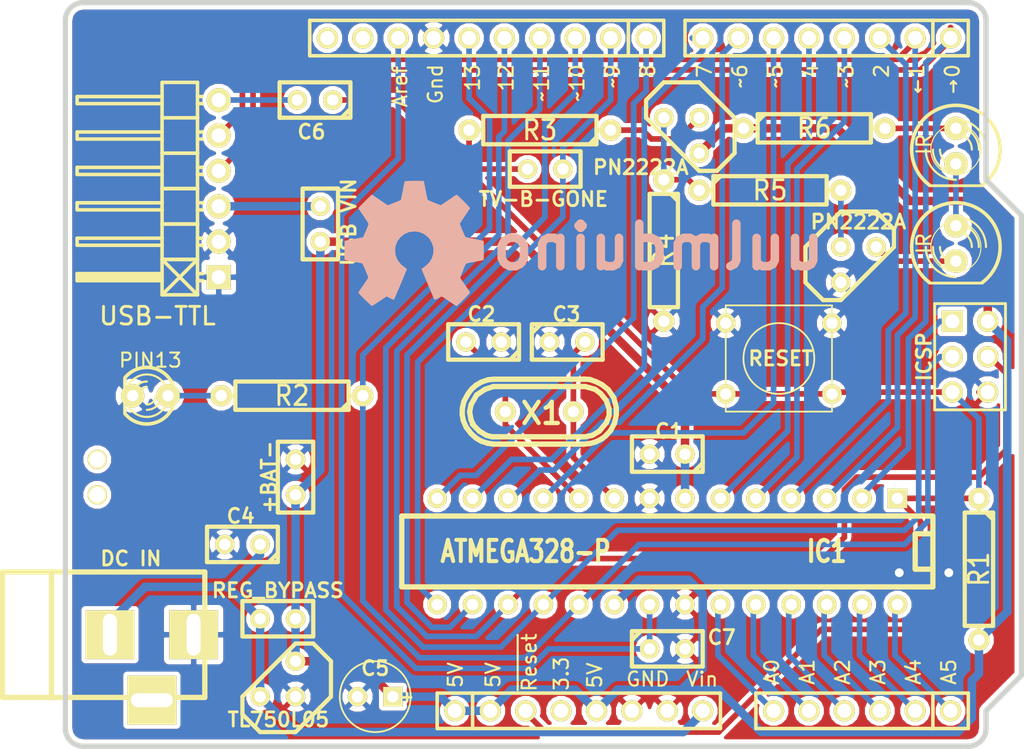
<source format=kicad_pcb>
(kicad_pcb (version 3) (host pcbnew "(2014-jan-25)-product")
  (title_block (title uulmduino) (date "23 Mar 2015") (rev 0.94) (company "Uni Ulm, Fakultät IN, Die WissenSchaffer") (comment 1 "Based on Diavolino by Evil Mad Scientists") (comment 2 "Released as Free/Open Hardware"))
  (layers (15 Front signal) (0 Back signal) (18 B.Paste user) (19 F.Paste user) (20 B.SilkS user) (21 F.SilkS user) (22 B.Mask user) (23 F.Mask user) (28 Edge.Cuts user))
  (net 0 "")
  (net 1 5V)
  (net 2 AD4/SDA)
  (net 3 AD5/SCL)
  (net 4 GND)
  (net 5 IO11/MOSI)
  (net 6 IO12/MISO)
  (net 7 IO13/SCK)
  (net 8 RESET)
  (net 9 "Net-(C2-Pad2)")
  (net 10 "Net-(C3-Pad2)")
  (net 11 AREF)
  (net 12 VIN)
  (net 13 IO0)
  (net 14 IO1)
  (net 15 IO2)
  (net 16 IO3)
  (net 17 IO4)
  (net 18 IO5)
  (net 19 IO6)
  (net 20 IO7)
  (net 21 IO8)
  (net 22 IO9)
  (net 23 IO10/SS)
  (net 24 AD0)
  (net 25 AD1)
  (net 26 AD2)
  (net 27 AD3)
  (net 28 "Net-(J1-Pad3)")
  (net 29 "Net-(JP2-Pad2)")
  (net 30 "Net-(LED1-Pad1)")
  (net 31 "Net-(LED2-Pad2)")
  (net 32 3.3V)
  (net 33 "Net-(Q1-Pad2)")
  (net 34 "Net-(Q2-Pad2)")
  (net 35 "Net-(C6-Pad2)")
  (net 36 "Net-(LED1-Pad2)")
  (net 37 "Net-(LED3-Pad1)")
  (net 38 "Net-(P1-Pad10)")
  (net 39 "Net-(P1-Pad9)")
  (net 40 "Net-(Q1-Pad3)")
  (module LOGO (layer Back) (at 95.758 45.72)
    (fp_text reference G*** hide)
    (fp_text value LOGO hide)
  )
  (module Discret:C1 (layer Front) (at 113.919 60.833 180)
    (fp_text reference C1 (at -0.127 1.651 180) (layer F.SilkS) (effects (font (size 1.016 1.016) (thickness 0.2032))))
    (fp_text value 0.1µF hide)
    (pad 1 thru_hole circle (at -1.27 0 180) (size 1.397 1.397) (drill 0.8128) (layers *.Cu *.Mask F.SilkS) (net 1 5V))
    (pad 2 thru_hole circle (at 1.27 0 180) (size 1.397 1.397) (drill 0.8128) (layers *.Cu *.Mask F.SilkS) (net 4 GND))
  )
  (module Discret:C1 (layer Front) (at 100.739 52.788 180)
    (fp_text reference C2 (at 0.155 1.988 180) (layer F.SilkS) (effects (font (size 1.016 1.016) (thickness 0.2032))))
    (fp_text value 18pF hide)
    (pad 1 thru_hole circle (at -1.27 0 180) (size 1.397 1.397) (drill 0.8128) (layers *.Cu *.Mask F.SilkS) (net 4 GND))
    (pad 2 thru_hole circle (at 1.27 0 180) (size 1.397 1.397) (drill 0.8128) (layers *.Cu *.Mask F.SilkS) (net 9 "Net-(C2-Pad2)"))
  )
  (module Discret:C1 (layer Front) (at 106.739 52.788)
    (fp_text reference C3 (at -0.059 -1.988) (layer F.SilkS) (effects (font (size 1.016 1.016) (thickness 0.2032))))
    (fp_text value 18pF hide)
    (pad 1 thru_hole circle (at -1.27 0) (size 1.397 1.397) (drill 0.8128) (layers *.Cu *.Mask F.SilkS) (net 4 GND))
    (pad 2 thru_hole circle (at 1.27 0) (size 1.397 1.397) (drill 0.8128) (layers *.Cu *.Mask F.SilkS) (net 10 "Net-(C3-Pad2)"))
  )
  (module Discret:C1 (layer Front) (at 83.439 67.31 180)
    (fp_text reference C4 (at 0.127 2.032 180) (layer F.SilkS) (effects (font (size 1.016 1.016) (thickness 0.2032))))
    (fp_text value 0.1µF hide)
    (pad 1 thru_hole circle (at -1.27 0 180) (size 1.397 1.397) (drill 0.8128) (layers *.Cu *.Mask F.SilkS) (net 12 VIN))
    (pad 2 thru_hole circle (at 1.27 0 180) (size 1.397 1.397) (drill 0.8128) (layers *.Cu *.Mask F.SilkS) (net 4 GND))
  )
  (module Discret:C1 (layer Front) (at 88.646 35.433 180)
    (fp_text reference C6 (at 0.254 -2.286 180) (layer F.SilkS) (effects (font (size 1.016 1.016) (thickness 0.2032))))
    (fp_text value 0.1µF hide)
    (pad 1 thru_hole circle (at -1.27 0 180) (size 1.397 1.397) (drill 0.8128) (layers *.Cu *.Mask F.SilkS) (net 8 RESET))
    (pad 2 thru_hole circle (at 1.27 0 180) (size 1.397 1.397) (drill 0.8128) (layers *.Cu *.Mask F.SilkS) (net 35 "Net-(C6-Pad2)"))
  )
  (module Discret:C1 (layer Front) (at 113.919 74.803)
    (fp_text reference C7 (at 3.901 -0.823) (layer F.SilkS) (effects (font (size 1.016 1.016) (thickness 0.2032))))
    (fp_text value 0.1µF hide)
    (pad 1 thru_hole circle (at -1.27 0) (size 1.397 1.397) (drill 0.8128) (layers *.Cu *.Mask F.SilkS) (net 11 AREF))
    (pad 2 thru_hole circle (at 1.27 0) (size 1.397 1.397) (drill 0.8128) (layers *.Cu *.Mask F.SilkS) (net 4 GND))
  )
  (module Sockets_DIP:DIP-28__300 (layer Front) (at 113.919 67.818 180)
    (fp_text reference IC1 (at -11.43 0 180) (layer F.SilkS) (effects (font (size 1.524 1.143) (thickness 0.3048))))
    (fp_text value ATMEGA328-P (at 10.16 0 180) (layer F.SilkS) (effects (font (size 1.524 1.143) (thickness 0.3048))))
    (pad 2 thru_hole circle (at -13.97 3.81 180) (size 1.397 1.397) (drill 0.8128) (layers *.Cu *.Mask F.SilkS) (net 13 IO0))
    (pad 3 thru_hole circle (at -11.43 3.81 180) (size 1.397 1.397) (drill 0.8128) (layers *.Cu *.Mask F.SilkS) (net 14 IO1))
    (pad 4 thru_hole circle (at -8.89 3.81 180) (size 1.397 1.397) (drill 0.8128) (layers *.Cu *.Mask F.SilkS) (net 15 IO2))
    (pad 5 thru_hole circle (at -6.35 3.81 180) (size 1.397 1.397) (drill 0.8128) (layers *.Cu *.Mask F.SilkS) (net 16 IO3))
    (pad 6 thru_hole circle (at -3.81 3.81 180) (size 1.397 1.397) (drill 0.8128) (layers *.Cu *.Mask F.SilkS) (net 17 IO4))
    (pad 7 thru_hole circle (at -1.27 3.81 180) (size 1.397 1.397) (drill 0.8128) (layers *.Cu *.Mask F.SilkS) (net 1 5V))
    (pad 8 thru_hole circle (at 1.27 3.81 180) (size 1.397 1.397) (drill 0.8128) (layers *.Cu *.Mask F.SilkS) (net 4 GND))
    (pad 9 thru_hole circle (at 3.81 3.81 180) (size 1.397 1.397) (drill 0.8128) (layers *.Cu *.Mask F.SilkS) (net 10 "Net-(C3-Pad2)"))
    (pad 10 thru_hole circle (at 6.35 3.81 180) (size 1.397 1.397) (drill 0.8128) (layers *.Cu *.Mask F.SilkS) (net 9 "Net-(C2-Pad2)"))
    (pad 11 thru_hole circle (at 8.89 3.81 180) (size 1.397 1.397) (drill 0.8128) (layers *.Cu *.Mask F.SilkS) (net 18 IO5))
    (pad 12 thru_hole circle (at 11.43 3.81 180) (size 1.397 1.397) (drill 0.8128) (layers *.Cu *.Mask F.SilkS) (net 19 IO6))
    (pad 13 thru_hole circle (at 13.97 3.81 180) (size 1.397 1.397) (drill 0.8128) (layers *.Cu *.Mask F.SilkS) (net 20 IO7))
    (pad 14 thru_hole circle (at 16.51 3.81 180) (size 1.397 1.397) (drill 0.8128) (layers *.Cu *.Mask F.SilkS) (net 21 IO8))
    (pad 1 thru_hole rect (at -16.51 3.81 180) (size 1.397 1.397) (drill 0.8128) (layers *.Cu *.Mask F.SilkS) (net 8 RESET))
    (pad 15 thru_hole circle (at 16.51 -3.81 180) (size 1.397 1.397) (drill 0.8128) (layers *.Cu *.Mask F.SilkS) (net 22 IO9))
    (pad 16 thru_hole circle (at 13.97 -3.81 180) (size 1.397 1.397) (drill 0.8128) (layers *.Cu *.Mask F.SilkS) (net 23 IO10/SS))
    (pad 17 thru_hole circle (at 11.43 -3.81 180) (size 1.397 1.397) (drill 0.8128) (layers *.Cu *.Mask F.SilkS) (net 5 IO11/MOSI))
    (pad 18 thru_hole circle (at 8.89 -3.81 180) (size 1.397 1.397) (drill 0.8128) (layers *.Cu *.Mask F.SilkS) (net 6 IO12/MISO))
    (pad 19 thru_hole circle (at 6.35 -3.81 180) (size 1.397 1.397) (drill 0.8128) (layers *.Cu *.Mask F.SilkS) (net 7 IO13/SCK))
    (pad 20 thru_hole circle (at 3.81 -3.81 180) (size 1.397 1.397) (drill 0.8128) (layers *.Cu *.Mask F.SilkS) (net 1 5V))
    (pad 21 thru_hole circle (at 1.27 -3.81 180) (size 1.397 1.397) (drill 0.8128) (layers *.Cu *.Mask F.SilkS) (net 11 AREF))
    (pad 22 thru_hole circle (at -1.27 -3.81 180) (size 1.397 1.397) (drill 0.8128) (layers *.Cu *.Mask F.SilkS) (net 4 GND))
    (pad 23 thru_hole circle (at -3.81 -3.81 180) (size 1.397 1.397) (drill 0.8128) (layers *.Cu *.Mask F.SilkS) (net 24 AD0))
    (pad 24 thru_hole circle (at -6.35 -3.81 180) (size 1.397 1.397) (drill 0.8128) (layers *.Cu *.Mask F.SilkS) (net 25 AD1))
    (pad 25 thru_hole circle (at -8.89 -3.81 180) (size 1.397 1.397) (drill 0.8128) (layers *.Cu *.Mask F.SilkS) (net 26 AD2))
    (pad 26 thru_hole circle (at -11.43 -3.81 180) (size 1.397 1.397) (drill 0.8128) (layers *.Cu *.Mask F.SilkS) (net 27 AD3))
    (pad 27 thru_hole circle (at -13.97 -3.81 180) (size 1.397 1.397) (drill 0.8128) (layers *.Cu *.Mask F.SilkS) (net 2 AD4/SDA))
    (pad 28 thru_hole circle (at -16.51 -3.81 180) (size 1.397 1.397) (drill 0.8128) (layers *.Cu *.Mask F.SilkS) (net 3 AD5/SCL))
  )
  (module Pin_Headers:Pin_Header_Angled_1x06 (layer Front) (at 81.739 41.788 90)
    (fp_text reference USB-TTL (at -9.139 -4.396 180) (layer F.SilkS) (effects (font (size 1.27 1.27) (thickness 0.2032))))
    (fp_text value CONN_6 hide)
    (pad 1 thru_hole rect (at -6.35 0 90) (size 1.7272 1.7272) (drill 1.016) (layers *.Cu *.Mask F.SilkS) (net 4 GND))
    (pad 2 thru_hole circle (at -3.81 0 90) (size 1.7272 1.7272) (drill 1.016) (layers *.Cu *.Mask F.SilkS) (net 4 GND))
    (pad 3 thru_hole circle (at -1.27 0 90) (size 1.7272 1.7272) (drill 1.016) (layers *.Cu *.Mask F.SilkS) (net 28 "Net-(J1-Pad3)"))
    (pad 4 thru_hole circle (at 1.27 0 90) (size 1.7272 1.7272) (drill 1.016) (layers *.Cu *.Mask F.SilkS) (net 13 IO0))
    (pad 5 thru_hole circle (at 3.81 0 90) (size 1.7272 1.7272) (drill 1.016) (layers *.Cu *.Mask F.SilkS) (net 14 IO1))
    (pad 6 thru_hole circle (at 6.35 0 90) (size 1.7272 1.7272) (drill 1.016) (layers *.Cu *.Mask F.SilkS) (net 35 "Net-(C6-Pad2)"))
  )
  (module Connect:SIL-2 (layer Front) (at 89.027 44.323 270)
    (fp_text reference "USB VIN" (at -0.127 -2.032 270) (layer F.SilkS) (effects (font (size 1.016 1.016) (thickness 0.2032))))
    (fp_text value "VCC USB" hide)
    (pad 1 thru_hole circle (at -1.27 0 270) (size 1.397 1.397) (drill 0.8128) (layers *.Cu *.Mask F.SilkS) (net 28 "Net-(J1-Pad3)"))
    (pad 2 thru_hole circle (at 1.27 0 270) (size 1.397 1.397) (drill 0.8128) (layers *.Cu *.Mask F.SilkS) (net 1 5V))
  )
  (module Connect:SIL-2 (layer Front) (at 105.156 40.386 180)
    (fp_text reference TV-B-GONE (at 0.127 -2.159 180) (layer F.SilkS) (effects (font (size 1.016 1.016) (thickness 0.2032))))
    (fp_text value TV_B_GONE hide)
    (pad 1 thru_hole circle (at -1.27 0 180) (size 1.397 1.397) (drill 0.8128) (layers *.Cu *.Mask F.SilkS) (net 22 IO9))
    (pad 2 thru_hole circle (at 1.27 0 180) (size 1.397 1.397) (drill 0.8128) (layers *.Cu *.Mask F.SilkS) (net 29 "Net-(JP2-Pad2)"))
  )
  (module Connect:SIL-2 (layer Front) (at 85.979 72.644)
    (fp_text reference REG_BYPASS (at 0 -2.032) (layer F.SilkS) (effects (font (size 1.016 1.016) (thickness 0.2032))))
    (fp_text value "Regulator bypass" hide)
    (pad 1 thru_hole circle (at -1.27 0) (size 1.397 1.397) (drill 0.8128) (layers *.Cu *.Mask F.SilkS) (net 12 VIN))
    (pad 2 thru_hole circle (at 1.27 0) (size 1.397 1.397) (drill 0.8128) (layers *.Cu *.Mask F.SilkS) (net 1 5V))
  )
  (module LEDs:LED-5MM (layer Front) (at 134.62 38.735 270)
    (fp_text reference LED1 hide)
    (fp_text value IR (at -0.127 2.286 270) (layer F.SilkS) (effects (font (size 1.016 1.016) (thickness 0.1524))))
    (pad 1 thru_hole circle (at -1.27 0 270) (size 1.6764 1.6764) (drill 0.8128) (layers *.Cu *.Mask F.SilkS) (net 30 "Net-(LED1-Pad1)"))
    (pad 2 thru_hole circle (at 1.27 0 270) (size 1.6764 1.6764) (drill 0.8128) (layers *.Cu *.Mask F.SilkS) (net 36 "Net-(LED1-Pad2)"))
  )
  (module LEDs:LED-5MM (layer Front) (at 134.62 45.72 270)
    (fp_text reference LED2 hide)
    (fp_text value IR (at 0 2.286 270) (layer F.SilkS) (effects (font (size 1.016 1.016) (thickness 0.1524))))
    (pad 1 thru_hole circle (at -1.27 0 270) (size 1.6764 1.6764) (drill 0.8128) (layers *.Cu *.Mask F.SilkS) (net 36 "Net-(LED1-Pad2)"))
    (pad 2 thru_hole circle (at 1.27 0 270) (size 1.6764 1.6764) (drill 0.8128) (layers *.Cu *.Mask F.SilkS) (net 31 "Net-(LED2-Pad2)"))
  )
  (module LEDs:LED-3MM (layer Front) (at 76.835 56.642 180)
    (fp_text reference LED3 hide)
    (fp_text value PIN13 (at 0 2.54 180) (layer F.SilkS) (effects (font (size 1.016 1.016) (thickness 0.1524))))
    (pad 1 thru_hole circle (at -1.27 0 180) (size 1.6764 1.6764) (drill 0.8128) (layers *.Cu *.Mask F.SilkS) (net 37 "Net-(LED3-Pad1)"))
    (pad 2 thru_hole circle (at 1.27 0 180) (size 1.6764 1.6764) (drill 0.8128) (layers *.Cu *.Mask F.SilkS) (net 4 GND))
  )
  (module arduinoheaders:HEADER_100MIL_1R10P_PTH (layer Front) (at 100.965 30.988 180)
    (fp_text reference P1 hide)
    (fp_text value CONN_10 hide)
    (pad 10 thru_hole circle (at 11.43 0 180) (size 1.524 1.524) (drill 1.016) (layers *.Cu *.Mask F.SilkS) (net 38 "Net-(P1-Pad10)"))
    (pad 7 thru_hole circle (at 3.81 0 180) (size 1.524 1.524) (drill 1.016) (layers *.Cu *.Mask F.SilkS) (net 4 GND))
    (pad 6 thru_hole circle (at 1.27 0 180) (size 1.524 1.524) (drill 1.016) (layers *.Cu *.Mask F.SilkS) (net 7 IO13/SCK))
    (pad 8 thru_hole circle (at 6.35 0 180) (size 1.524 1.524) (drill 1.016) (layers *.Cu *.Mask F.SilkS) (net 11 AREF))
    (pad 9 thru_hole circle (at 8.89 0 180) (size 1.524 1.524) (drill 1.016) (layers *.Cu *.Mask F.SilkS) (net 39 "Net-(P1-Pad9)"))
    (pad 5 thru_hole circle (at -1.27 0 180) (size 1.524 1.524) (drill 1.016) (layers *.Cu *.Mask F.SilkS) (net 6 IO12/MISO))
    (pad 4 thru_hole circle (at -3.81 0 180) (size 1.524 1.524) (drill 1.016) (layers *.Cu *.Mask F.SilkS) (net 5 IO11/MOSI))
    (pad 1 thru_hole circle (at -11.43 0 180) (size 1.524 1.524) (drill 1.016) (layers *.Cu *.Mask F.SilkS) (net 21 IO8))
    (pad 2 thru_hole circle (at -8.89 0 180) (size 1.524 1.524) (drill 1.016) (layers *.Cu *.Mask F.SilkS) (net 22 IO9))
    (pad 3 thru_hole circle (at -6.35 0 180) (size 1.524 1.524) (drill 1.016) (layers *.Cu *.Mask F.SilkS) (net 23 IO10/SS))
  )
  (module arduinoheaders:HEADER_100MIL_1R8P_PTH (layer Front) (at 125.349 30.988 180)
    (fp_text reference P2 hide)
    (fp_text value CONN_8 hide)
    (pad 7 thru_hole circle (at 6.35 0 180) (size 1.524 1.524) (drill 1.016) (layers *.Cu *.Mask F.SilkS) (net 19 IO6))
    (pad 6 thru_hole circle (at 3.81 0 180) (size 1.524 1.524) (drill 1.016) (layers *.Cu *.Mask F.SilkS) (net 18 IO5))
    (pad 8 thru_hole circle (at 8.89 0 180) (size 1.524 1.524) (drill 1.016) (layers *.Cu *.Mask F.SilkS) (net 20 IO7))
    (pad 5 thru_hole circle (at 1.27 0 180) (size 1.524 1.524) (drill 1.016) (layers *.Cu *.Mask F.SilkS) (net 17 IO4))
    (pad 4 thru_hole circle (at -1.27 0 180) (size 1.524 1.524) (drill 1.016) (layers *.Cu *.Mask F.SilkS) (net 16 IO3))
    (pad 1 thru_hole circle (at -8.89 0 180) (size 1.524 1.524) (drill 1.016) (layers *.Cu *.Mask F.SilkS) (net 13 IO0))
    (pad 2 thru_hole circle (at -6.35 0 180) (size 1.524 1.524) (drill 1.016) (layers *.Cu *.Mask F.SilkS) (net 14 IO1))
    (pad 3 thru_hole circle (at -3.81 0 180) (size 1.524 1.524) (drill 1.016) (layers *.Cu *.Mask F.SilkS) (net 15 IO2))
  )
  (module arduinoheaders:HEADER_100MIL_1R6P_PTH (layer Front) (at 127.889 79.248 180)
    (fp_text reference P3 hide)
    (fp_text value CONN_6 hide)
    (pad 6 thru_hole circle (at 6.35 0 180) (size 1.524 1.524) (drill 1.016) (layers *.Cu *.Mask F.SilkS) (net 24 AD0))
    (pad 5 thru_hole circle (at 3.81 0 180) (size 1.524 1.524) (drill 1.016) (layers *.Cu *.Mask F.SilkS) (net 25 AD1))
    (pad 4 thru_hole circle (at 1.27 0 180) (size 1.524 1.524) (drill 1.016) (layers *.Cu *.Mask F.SilkS) (net 26 AD2))
    (pad 1 thru_hole circle (at -6.35 0 180) (size 1.524 1.524) (drill 1.016) (layers *.Cu *.Mask F.SilkS) (net 3 AD5/SCL))
    (pad 2 thru_hole circle (at -3.81 0 180) (size 1.524 1.524) (drill 1.016) (layers *.Cu *.Mask F.SilkS) (net 2 AD4/SDA))
    (pad 3 thru_hole circle (at -1.27 0 180) (size 1.524 1.524) (drill 1.016) (layers *.Cu *.Mask F.SilkS) (net 27 AD3))
  )
  (module arduinoheaders:HEADER_100MIL_1R8P_PTH (layer Front) (at 107.569 79.248)
    (fp_text reference P4 hide)
    (fp_text value CONN_8 hide)
    (pad 7 thru_hole circle (at 6.35 0) (size 1.524 1.524) (drill 1.016) (layers *.Cu *.Mask F.SilkS) (net 4 GND))
    (pad 6 thru_hole circle (at 3.81 0) (size 1.524 1.524) (drill 1.016) (layers *.Cu *.Mask F.SilkS) (net 4 GND))
    (pad 8 thru_hole circle (at 8.89 0) (size 1.524 1.524) (drill 1.016) (layers *.Cu *.Mask F.SilkS) (net 12 VIN))
    (pad 5 thru_hole circle (at 1.27 0) (size 1.524 1.524) (drill 1.016) (layers *.Cu *.Mask F.SilkS) (net 1 5V))
    (pad 4 thru_hole circle (at -1.27 0) (size 1.524 1.524) (drill 1.016) (layers *.Cu *.Mask F.SilkS) (net 32 3.3V))
    (pad 1 thru_hole circle (at -8.89 0) (size 1.524 1.524) (drill 1.016) (layers *.Cu *.Mask F.SilkS) (net 1 5V))
    (pad 2 thru_hole circle (at -6.35 0) (size 1.524 1.524) (drill 1.016) (layers *.Cu *.Mask F.SilkS) (net 1 5V))
    (pad 3 thru_hole circle (at -3.81 0) (size 1.524 1.524) (drill 1.016) (layers *.Cu *.Mask F.SilkS) (net 8 RESET))
  )
  (module arduinoheaders:pin_array_3x2 (layer Front) (at 135.636 53.848 270)
    (fp_text reference ICSP (at 0 3.302 270) (layer F.SilkS) (effects (font (size 1.016 1.016) (thickness 0.2032))))
    (fp_text value CONN_3X2 hide)
    (pad 1 thru_hole rect (at -2.54 1.27 270) (size 1.524 1.524) (drill 1.016) (layers *.Cu *.Mask F.SilkS) (net 6 IO12/MISO))
    (pad 2 thru_hole circle (at -2.54 -1.27 270) (size 1.524 1.524) (drill 1.016) (layers *.Cu *.Mask F.SilkS) (net 1 5V))
    (pad 3 thru_hole circle (at 0 1.27 270) (size 1.524 1.524) (drill 1.016) (layers *.Cu *.Mask F.SilkS) (net 7 IO13/SCK))
    (pad 4 thru_hole circle (at 0 -1.27 270) (size 1.524 1.524) (drill 1.016) (layers *.Cu *.Mask F.SilkS) (net 5 IO11/MOSI))
    (pad 5 thru_hole circle (at 2.54 1.27 270) (size 1.524 1.524) (drill 1.016) (layers *.Cu *.Mask F.SilkS) (net 8 RESET))
    (pad 6 thru_hole circle (at 2.54 -1.27 270) (size 1.524 1.524) (drill 1.016) (layers *.Cu *.Mask F.SilkS) (net 4 GND))
  )
  (module Connect:BARREL_JACK (layer Front) (at 73.739 73.788)
    (fp_text reference "DC IN" (at 1.699 -5.462) (layer F.SilkS) (effects (font (size 1.016 1.016) (thickness 0.2032))))
    (fp_text value "DC JACK" hide)
    (pad 1 thru_hole rect (at 6.20014 0) (size 3.50012 3.50012) (drill oval 1.00076 2.99974) (layers *.Cu *.Mask F.SilkS) (net 4 GND))
    (pad 2 thru_hole rect (at 0.20066 0) (size 3.50012 3.50012) (drill oval 1.00076 2.99974) (layers *.Cu *.Mask F.SilkS) (net 12 VIN))
    (pad 3 thru_hole rect (at 3.2004 4.699) (size 3.50012 3.50012) (drill oval 2.99974 1.00076) (layers *.Cu *.Mask F.SilkS))
  )
  (module Connect:SIL-2 (layer Front) (at 87.249 62.484 90)
    (fp_text reference +BAT- (at 0 -1.905 90) (layer F.SilkS) (effects (font (size 1.016 1.016) (thickness 0.2032))))
    (fp_text value "BATTERY IN" hide)
    (pad 1 thru_hole circle (at -1.27 0 90) (size 1.397 1.397) (drill 0.8128) (layers *.Cu *.Mask F.SilkS) (net 1 5V))
    (pad 2 thru_hole circle (at 1.27 0 90) (size 1.397 1.397) (drill 0.8128) (layers *.Cu *.Mask F.SilkS) (net 4 GND))
  )
  (module Discret:TO92 (layer Front) (at 114.935 37.973 270)
    (fp_text reference Q1 hide)
    (fp_text value PN2222A (at 2.286 2.921 540) (layer F.SilkS) (effects (font (size 1.016 1.016) (thickness 0.2032))))
    (pad 1 thru_hole circle (at 1.27 -1.27 270) (size 1.397 1.397) (drill 0.8128) (layers *.Cu *.Mask F.SilkS) (net 1 5V))
    (pad 2 thru_hole circle (at -1.27 -1.27 270) (size 1.397 1.397) (drill 0.8128) (layers *.Cu *.Mask F.SilkS) (net 33 "Net-(Q1-Pad2)"))
    (pad 3 thru_hole circle (at -1.27 1.27 270) (size 1.397 1.397) (drill 0.8128) (layers *.Cu *.Mask F.SilkS) (net 40 "Net-(Q1-Pad3)"))
  )
  (module Discret:TO92 (layer Front) (at 127.635 47.244)
    (fp_text reference Q2 hide)
    (fp_text value PN2222A (at -0.015 -3.075) (layer F.SilkS) (effects (font (size 1.016 1.016) (thickness 0.2032))))
    (pad 1 thru_hole circle (at 1.27 -1.27) (size 1.397 1.397) (drill 0.8128) (layers *.Cu *.Mask F.SilkS) (net 31 "Net-(LED2-Pad2)"))
    (pad 2 thru_hole circle (at -1.27 -1.27) (size 1.397 1.397) (drill 0.8128) (layers *.Cu *.Mask F.SilkS) (net 34 "Net-(Q2-Pad2)"))
    (pad 3 thru_hole circle (at -1.27 1.27) (size 1.397 1.397) (drill 0.8128) (layers *.Cu *.Mask F.SilkS) (net 4 GND))
  )
  (module Discret:R4 (layer Front) (at 136.271 69.088 270)
    (fp_text reference R1 (at 0 0 270) (layer F.SilkS) (effects (font (size 1.397 1.27) (thickness 0.2032))))
    (fp_text value 10k hide)
    (pad 1 thru_hole circle (at -5.08 0 270) (size 1.524 1.524) (drill 0.8128) (layers *.Cu *.Mask F.SilkS) (net 8 RESET))
    (pad 2 thru_hole circle (at 5.08 0 270) (size 1.524 1.524) (drill 0.8128) (layers *.Cu *.Mask F.SilkS) (net 1 5V))
  )
  (module Discret:R4 (layer Front) (at 86.995 56.642 180)
    (fp_text reference R2 (at 0 0 180) (layer F.SilkS) (effects (font (size 1.397 1.27) (thickness 0.2032))))
    (fp_text value 1k hide)
    (pad 1 thru_hole circle (at -5.08 0 180) (size 1.524 1.524) (drill 0.8128) (layers *.Cu *.Mask F.SilkS) (net 7 IO13/SCK))
    (pad 2 thru_hole circle (at 5.08 0 180) (size 1.524 1.524) (drill 0.8128) (layers *.Cu *.Mask F.SilkS) (net 37 "Net-(LED3-Pad1)"))
  )
  (module Discret:R4 (layer Front) (at 104.775 37.592 180)
    (fp_text reference R3 (at 0 0 180) (layer F.SilkS) (effects (font (size 1.397 1.27) (thickness 0.2032))))
    (fp_text value R hide)
    (pad 1 thru_hole circle (at -5.08 0 180) (size 1.524 1.524) (drill 0.8128) (layers *.Cu *.Mask F.SilkS) (net 33 "Net-(Q1-Pad2)"))
    (pad 2 thru_hole circle (at 5.08 0 180) (size 1.524 1.524) (drill 0.8128) (layers *.Cu *.Mask F.SilkS) (net 29 "Net-(JP2-Pad2)"))
  )
  (module Discret:R4 (layer Front) (at 113.665 46.228 270)
    (fp_text reference R4 (at 0 0 270) (layer F.SilkS) (effects (font (size 1.397 1.27) (thickness 0.2032))))
    (fp_text value 10k hide)
    (pad 1 thru_hole circle (at -5.08 0 270) (size 1.524 1.524) (drill 0.8128) (layers *.Cu *.Mask F.SilkS) (net 40 "Net-(Q1-Pad3)"))
    (pad 2 thru_hole circle (at 5.08 0 270) (size 1.524 1.524) (drill 0.8128) (layers *.Cu *.Mask F.SilkS) (net 4 GND))
  )
  (module Discret:R4 (layer Front) (at 121.285 41.91)
    (fp_text reference R5 (at 0 0) (layer F.SilkS) (effects (font (size 1.397 1.27) (thickness 0.2032))))
    (fp_text value 100 hide)
    (pad 1 thru_hole circle (at -5.08 0) (size 1.524 1.524) (drill 0.8128) (layers *.Cu *.Mask F.SilkS) (net 40 "Net-(Q1-Pad3)"))
    (pad 2 thru_hole circle (at 5.08 0) (size 1.524 1.524) (drill 0.8128) (layers *.Cu *.Mask F.SilkS) (net 34 "Net-(Q2-Pad2)"))
  )
  (module Discret:R4 (layer Front) (at 124.46 37.465)
    (fp_text reference R6 (at 0 0) (layer F.SilkS) (effects (font (size 1.397 1.27) (thickness 0.2032))))
    (fp_text value 220 hide)
    (pad 1 thru_hole circle (at -5.08 0) (size 1.524 1.524) (drill 0.8128) (layers *.Cu *.Mask F.SilkS) (net 1 5V))
    (pad 2 thru_hole circle (at 5.08 0) (size 1.524 1.524) (drill 0.8128) (layers *.Cu *.Mask F.SilkS) (net 30 "Net-(LED1-Pad1)"))
  )
  (module Discret:SW_PUSH_SMALL (layer Front) (at 121.92 53.975)
    (fp_text reference RESET (at 0.127 0) (layer F.SilkS) (effects (font (size 1.016 1.016) (thickness 0.2032))))
    (fp_text value SW_PUSH hide)
    (pad 1 thru_hole circle (at 3.81 -2.54) (size 1.397 1.397) (drill 0.8128) (layers *.Cu *.Mask F.SilkS) (net 4 GND))
    (pad 2 thru_hole circle (at 3.81 2.54) (size 1.397 1.397) (drill 0.8128) (layers *.Cu *.Mask F.SilkS) (net 8 RESET))
    (pad 1 thru_hole circle (at -3.81 -2.54) (size 1.397 1.397) (drill 0.8128) (layers *.Cu *.Mask F.SilkS) (net 4 GND))
    (pad 2 thru_hole circle (at -3.81 2.54) (size 1.397 1.397) (drill 0.8128) (layers *.Cu *.Mask F.SilkS) (net 8 RESET))
  )
  (module Discret:LM78XX-TO92 (layer Front) (at 85.979 76.962 180)
    (fp_text reference U1 hide)
    (fp_text value TL750L05 (at -0.041 -2.918 180) (layer F.SilkS) (effects (font (size 1.016 1.016) (thickness 0.2032))))
    (pad VI thru_hole circle (at 1.27 -1.27 180) (size 1.397 1.397) (drill 0.8128) (layers *.Cu *.Mask F.SilkS) (net 12 VIN))
    (pad GND thru_hole circle (at -1.27 -1.27 180) (size 1.397 1.397) (drill 0.8128) (layers *.Cu *.Mask F.SilkS) (net 4 GND))
    (pad VO thru_hole circle (at -1.27 1.27 180) (size 1.397 1.397) (drill 0.8128) (layers *.Cu *.Mask F.SilkS) (net 1 5V))
  )
  (module Crystals:Crystal_HC49-U_Vertical (layer Front) (at 104.739 57.788 180)
    (fp_text reference X1 (at -0.163 -0.124 180) (layer F.SilkS) (effects (font (thickness 0.3048))))
    (fp_text value "16 MHz" hide)
    (pad 1 thru_hole circle (at -2.44094 0 180) (size 1.50114 1.50114) (drill 0.8001) (layers *.Cu *.Mask F.SilkS) (net 10 "Net-(C3-Pad2)"))
    (pad 2 thru_hole circle (at 2.44094 0 180) (size 1.50114 1.50114) (drill 0.8001) (layers *.Cu *.Mask F.SilkS) (net 9 "Net-(C2-Pad2)"))
  )
  (module Discret:C1V5 (layer Front) (at 92.964 78.232 180)
    (fp_text reference C5 (at 0 2.032 180) (layer F.SilkS) (effects (font (size 1.016 1.016) (thickness 0.2032))))
    (fp_text value 10µF hide)
    (fp_text user + (at -2.286 0 180) (layer F.SilkS) (effects (font (size 0.762 0.762) (thickness 0.2032))))
    (pad 1 thru_hole rect (at -1.27 0 180) (size 1.397 1.397) (drill 0.8128) (layers *.Cu *.Mask F.SilkS) (net 1 5V))
    (pad 2 thru_hole circle (at 1.27 0 180) (size 1.397 1.397) (drill 0.8128) (layers *.Cu *.Mask F.SilkS) (net 4 GND))
  )
  (module arduinoheaders:1pin_mechanical (layer Front) (at 73.025 61.214)
    (fp_text reference 1PIN hide)
    (fp_text value P*** hide)
    (pad "" np_thru_hole circle (at 0 0) (size 1.397 1.397) (drill 1.143) (layers *.Cu *.Mask F.SilkS))
  )
  (module arduinoheaders:1pin_mechanical (layer Front) (at 73.025 63.754)
    (fp_text reference 1PIN hide)
    (fp_text value P*** hide)
    (pad "" np_thru_hole circle (at 0 0) (size 1.397 1.397) (drill 1.143) (layers *.Cu *.Mask F.SilkS))
  )
  (gr_text Aref (at 94.742 32.893 90) (layer F.SilkS) (effects (font (size 1.016 1.016) (thickness 0.1524)) (justify right)))
  (gr_text Gnd (at 97.282 32.766 90) (layer F.SilkS) (effects (font (size 1.016 1.016) (thickness 0.1524)) (justify right)))
  (gr_text 13 (at 99.949 32.766 90) (layer F.SilkS) (effects (font (size 1.016 1.016) (thickness 0.1524)) (justify right)))
  (gr_text 12 (at 102.362 32.766 90) (layer F.SilkS) (effects (font (size 1.016 1.016) (thickness 0.1524)) (justify right)))
  (gr_text ~~11 (at 104.902 32.766 90) (layer F.SilkS) (effects (font (size 1.016 1.016) (thickness 0.1524)) (justify right)))
  (gr_text ~~10 (at 107.442 32.766 90) (layer F.SilkS) (effects (font (size 1.016 1.016) (thickness 0.1524)) (justify right)))
  (gr_text ~~9 (at 109.982 32.766 90) (layer F.SilkS) (effects (font (size 1.016 1.016) (thickness 0.1524)) (justify right)))
  (gr_text 8 (at 112.522 32.766 90) (layer F.SilkS) (effects (font (size 1.016 1.016) (thickness 0.1524)) (justify right)))
  (gr_text ~Reset (at 104.02 75.78 90) (layer F.SilkS) (effects (font (size 1.016 1.016) (thickness 0.1524))))
  (gr_text 7 (at 116.586 32.766 90) (layer F.SilkS) (effects (font (size 1.016 1.016) (thickness 0.1524)) (justify right)))
  (gr_text ~~6 (at 119.126 32.766 90) (layer F.SilkS) (effects (font (size 1.016 1.016) (thickness 0.1524)) (justify right)))
  (gr_text ~~5 (at 121.666 32.766 90) (layer F.SilkS) (effects (font (size 1.016 1.016) (thickness 0.1524)) (justify right)))
  (gr_text 4 (at 124.206 32.766 90) (layer F.SilkS) (effects (font (size 1.016 1.016) (thickness 0.1524)) (justify right)))
  (gr_text ~~3 (at 126.746 32.766 90) (layer F.SilkS) (effects (font (size 1.016 1.016) (thickness 0.1524)) (justify right)))
  (gr_text 2 (at 129.286 32.766 90) (layer F.SilkS) (effects (font (size 1.016 1.016) (thickness 0.1524)) (justify right)))
  (gr_text ←1 (at 131.826 32.766 90) (layer F.SilkS) (effects (font (size 1.016 1.016) (thickness 0.1524)) (justify right)))
  (gr_text →0 (at 134.366 32.766 90) (layer F.SilkS) (effects (font (size 1.016 1.016) (thickness 0.1524)) (justify right)))
  (gr_text A3 (at 129.032 76.454 90) (layer F.SilkS) (effects (font (size 1.016 1.016) (thickness 0.1524))))
  (gr_text A5 (at 134.112 76.454 90) (layer F.SilkS) (effects (font (size 1.016 1.016) (thickness 0.1524))))
  (gr_text A0 (at 121.412 76.454 90) (layer F.SilkS) (effects (font (size 1.016 1.016) (thickness 0.1524))))
  (gr_text A2 (at 126.492 76.454 90) (layer F.SilkS) (effects (font (size 1.016 1.016) (thickness 0.1524))))
  (gr_text A1 (at 123.952 76.454 90) (layer F.SilkS) (effects (font (size 1.016 1.016) (thickness 0.1524))))
  (gr_text A4 (at 131.572 76.454 90) (layer F.SilkS) (effects (font (size 1.016 1.016) (thickness 0.1524))))
  (gr_text 5V (at 98.72 76.68 90) (layer F.SilkS) (effects (font (size 1.016 1.016) (thickness 0.1524))))
  (gr_text 5V (at 101.42 76.68 90) (layer F.SilkS) (effects (font (size 1.016 1.016) (thickness 0.1524))))
  (gr_text Vin (at 116.42 76.98) (layer F.SilkS) (effects (font (size 1.016 1.016) (thickness 0.1524))))
  (gr_text GND (at 112.52 76.98) (layer F.SilkS) (effects (font (size 1.016 1.016) (thickness 0.1524))))
  (gr_text 5V (at 108.712 76.708 90) (layer F.SilkS) (effects (font (size 1.016 1.016) (thickness 0.1524))))
  (gr_text 3.3 (at 106.32 76.58 90) (layer F.SilkS) (effects (font (size 1.016 1.016) (thickness 0.1524))))
  (gr_text uulmduino (at 113.284 45.974) (layer B.SilkS) (effects (font (size 3.048 3.048) (thickness 0.6096)) (justify mirror)))
  (gr_arc (start 135.509 80.518) (end 136.779 80.518) (angle 90) (layer Edge.Cuts) (width 0.381))
  (gr_arc (start 135.509 29.718) (end 135.509 28.448) (angle 90) (layer Edge.Cuts) (width 0.381))
  (gr_line (start 136.779 79.248) (end 136.779 80.518) (angle 90) (layer Edge.Cuts) (width 0.381))
  (gr_line (start 139.319 76.708) (end 136.779 79.248) (angle 90) (layer Edge.Cuts) (width 0.381))
  (gr_line (start 139.319 43.688) (end 139.319 76.708) (angle 90) (layer Edge.Cuts) (width 0.381))
  (gr_line (start 136.779 41.148) (end 139.319 43.688) (angle 90) (layer Edge.Cuts) (width 0.381))
  (gr_line (start 136.779 29.718) (end 136.779 41.148) (angle 90) (layer Edge.Cuts) (width 0.381))
  (gr_line (start 72.009 28.448) (end 135.509 28.448) (angle 90) (layer Edge.Cuts) (width 0.381))
  (gr_arc (start 72.009 29.718) (end 70.739 29.718) (angle 90) (layer Edge.Cuts) (width 0.381))
  (gr_line (start 70.739 80.518) (end 70.739 29.718) (angle 90) (layer Edge.Cuts) (width 0.381))
  (gr_arc (start 72.009 80.518) (end 72.009 81.788) (angle 90) (layer Edge.Cuts) (width 0.381))
  (gr_line (start 72.009 81.788) (end 135.509 81.788) (angle 90) (layer Edge.Cuts) (width 0.381))
  (segment (start 89.027 45.593) (end 103.378 45.593) (width 0.6096) (layer Front) (net 1))
  (segment (start 103.378 45.593) (end 115.189 57.404) (width 0.6096) (layer Front) (net 1))
  (segment (start 115.189 57.404) (end 115.189 60.833) (width 0.6096) (layer Front) (net 1))
  (segment (start 119.38 37.465) (end 126.111 37.465) (width 0.6096) (layer Front) (net 1))
  (segment (start 136.906 43.942) (end 136.906 51.308) (width 0.6096) (layer Front) (net 1))
  (segment (start 135.636 42.672) (end 136.906 43.942) (width 0.6096) (layer Front) (net 1))
  (segment (start 131.318 42.672) (end 135.636 42.672) (width 0.6096) (layer Front) (net 1))
  (segment (start 126.111 37.465) (end 131.318 42.672) (width 0.6096) (layer Front) (net 1))
  (segment (start 89.027 45.593) (end 89.027 61.976) (width 0.6096) (layer Back) (net 1))
  (segment (start 89.027 61.976) (end 87.249 63.754) (width 0.6096) (layer Back) (net 1))
  (segment (start 108.839 79.248) (end 110.363 77.724) (width 0.6096) (layer Back) (net 1))
  (segment (start 110.363 77.724) (end 114.935 77.724) (width 0.6096) (layer Back) (net 1))
  (segment (start 116.459 70.866) (end 115.443 69.85) (width 0.6096) (layer Back) (net 1))
  (segment (start 116.459 76.2) (end 116.459 70.866) (width 0.6096) (layer Back) (net 1))
  (segment (start 115.951 76.708) (end 116.459 76.2) (width 0.6096) (layer Back) (net 1))
  (segment (start 111.887 69.85) (end 110.109 71.628) (width 0.6096) (layer Back) (net 1))
  (segment (start 114.935 77.724) (end 115.951 76.708) (width 0.6096) (layer Back) (net 1))
  (segment (start 115.443 69.85) (end 111.887 69.85) (width 0.6096) (layer Back) (net 1))
  (segment (start 115.189 60.833) (end 115.189 64.008) (width 0.6096) (layer Back) (net 1))
  (segment (start 87.249 63.754) (end 87.249 66.294) (width 0.6096) (layer Back) (net 1))
  (segment (start 87.249 66.294) (end 87.249 72.644) (width 0.6096) (layer Back) (net 1))
  (segment (start 101.219 79.248) (end 101.219 78.74) (width 0.4064) (layer Back) (net 1))
  (segment (start 98.679 79.248) (end 101.219 79.248) (width 0.6096) (layer Back) (net 1))
  (segment (start 101.219 79.248) (end 101.346 79.248) (width 0.4064) (layer Back) (net 1))
  (segment (start 87.249 72.644) (end 87.249 75.692) (width 0.6096) (layer Back) (net 1))
  (segment (start 97.663 78.232) (end 98.679 79.248) (width 0.6096) (layer Back) (net 1))
  (segment (start 94.234 78.232) (end 97.663 78.232) (width 0.6096) (layer Back) (net 1))
  (segment (start 107.315 77.724) (end 102.743 77.724) (width 0.6096) (layer Back) (net 1))
  (segment (start 102.743 77.724) (end 101.219 79.248) (width 0.6096) (layer Back) (net 1))
  (segment (start 108.839 79.248) (end 107.315 77.724) (width 0.6096) (layer Back) (net 1))
  (segment (start 117.602 77.724) (end 114.935 77.724) (width 0.6096) (layer Back) (net 1))
  (segment (start 120.65 80.772) (end 117.602 77.724) (width 0.6096) (layer Back) (net 1))
  (segment (start 134.747 80.772) (end 120.65 80.772) (width 0.6096) (layer Back) (net 1))
  (segment (start 135.763 79.756) (end 134.747 80.772) (width 0.6096) (layer Back) (net 1))
  (segment (start 135.763 77.089) (end 135.763 79.756) (width 0.6096) (layer Back) (net 1))
  (segment (start 136.271 76.581) (end 135.763 77.089) (width 0.6096) (layer Back) (net 1))
  (segment (start 136.271 74.168) (end 136.271 76.581) (width 0.6096) (layer Back) (net 1))
  (segment (start 138.303 52.705) (end 138.303 72.136) (width 0.6096) (layer Back) (net 1))
  (segment (start 138.303 72.136) (end 136.271 74.168) (width 0.6096) (layer Back) (net 1))
  (segment (start 136.906 51.308) (end 138.303 52.705) (width 0.6096) (layer Back) (net 1))
  (segment (start 117.983 37.465) (end 116.205 39.243) (width 0.6096) (layer Front) (net 1))
  (segment (start 119.38 37.465) (end 117.983 37.465) (width 0.6096) (layer Front) (net 1))
  (segment (start 91.694 75.692) (end 94.234 78.232) (width 0.6096) (layer Front) (net 1))
  (segment (start 87.249 75.692) (end 91.694 75.692) (width 0.6096) (layer Front) (net 1))
  (segment (start 127.709 71.598) (end 127.709 75.258) (width 0.4064) (layer Back) (net 2))
  (segment (start 127.709 75.258) (end 131.699 79.248) (width 0.4064) (layer Back) (net 2))
  (segment (start 130.249 71.598) (end 130.249 75.258) (width 0.4064) (layer Back) (net 3))
  (segment (start 130.249 75.258) (end 134.239 79.248) (width 0.4064) (layer Back) (net 3))
  (segment (start 136.906 56.388) (end 136.271 56.388) (width 0.4064) (layer Front) (net 4))
  (via (at 134.112 69.342) (size 0.889) (layers Front Back) (net 4))
  (segment (start 130.556 69.342) (end 134.112 69.342) (width 0.4064) (layer Back) (net 4))
  (via (at 130.556 69.342) (size 0.889) (layers Front Back) (net 4))
  (segment (start 117.348 69.342) (end 130.556 69.342) (width 0.4064) (layer Front) (net 4))
  (segment (start 115.189 71.501) (end 117.348 69.342) (width 0.4064) (layer Front) (net 4))
  (segment (start 115.189 71.628) (end 115.189 71.501) (width 0.4064) (layer Front) (net 4))
  (segment (start 102.489 71.628) (end 102.489 71.374) (width 0.4064) (layer Front) (net 5))
  (segment (start 136.906 53.848) (end 137.414 53.848) (width 0.4064) (layer Front) (net 5))
  (segment (start 138.303 55.118) (end 138.303 60.452) (width 0.4064) (layer Front) (net 5))
  (segment (start 138.303 60.452) (end 136.271 62.484) (width 0.4064) (layer Front) (net 5))
  (segment (start 136.271 62.484) (end 127.508 62.484) (width 0.4064) (layer Front) (net 5))
  (segment (start 127.508 62.484) (end 126.619 63.373) (width 0.4064) (layer Front) (net 5))
  (segment (start 126.619 63.373) (end 126.619 66.802) (width 0.4064) (layer Front) (net 5))
  (segment (start 126.619 66.802) (end 125.095 68.326) (width 0.4064) (layer Front) (net 5))
  (segment (start 125.095 68.326) (end 105.791 68.326) (width 0.4064) (layer Front) (net 5))
  (segment (start 105.791 68.326) (end 102.489 71.628) (width 0.4064) (layer Front) (net 5))
  (segment (start 137.033 53.848) (end 138.303 55.118) (width 0.4064) (layer Front) (net 5))
  (segment (start 136.906 53.848) (end 137.033 53.848) (width 0.4064) (layer Front) (net 5))
  (segment (start 104.775 36.068) (end 102.489 38.354) (width 0.4064) (layer Back) (net 5))
  (segment (start 102.489 38.354) (end 102.489 45.466) (width 0.4064) (layer Back) (net 5))
  (segment (start 102.489 45.466) (end 94.510475 53.444525) (width 0.4064) (layer Back) (net 5))
  (segment (start 94.510475 53.444525) (end 94.510475 71.752073) (width 0.4064) (layer Back) (net 5))
  (segment (start 94.510475 71.752073) (end 96.672402 73.914) (width 0.4064) (layer Back) (net 5))
  (segment (start 96.672402 73.914) (end 100.203 73.914) (width 0.4064) (layer Back) (net 5))
  (segment (start 100.203 73.914) (end 102.489 71.628) (width 0.4064) (layer Back) (net 5))
  (segment (start 104.775 30.988) (end 104.775 36.068) (width 0.4064) (layer Back) (net 5))
  (segment (start 134.366 51.308) (end 133.477 51.308) (width 0.4064) (layer Back) (net 6))
  (segment (start 110.363 66.294) (end 105.029 71.628) (width 0.4064) (layer Back) (net 6))
  (segment (start 130.937 66.294) (end 110.363 66.294) (width 0.4064) (layer Back) (net 6))
  (segment (start 131.953 65.278) (end 130.937 66.294) (width 0.4064) (layer Back) (net 6))
  (segment (start 131.953 52.832) (end 131.953 65.278) (width 0.4064) (layer Back) (net 6))
  (segment (start 133.477 51.308) (end 131.953 52.832) (width 0.4064) (layer Back) (net 6))
  (segment (start 102.235 37.67405) (end 101.828598 38.080452) (width 0.4064) (layer Back) (net 6))
  (segment (start 101.828598 38.080452) (end 101.828598 45.110402) (width 0.4064) (layer Back) (net 6))
  (segment (start 101.828598 45.110402) (end 93.726 53.213) (width 0.4064) (layer Back) (net 6))
  (segment (start 93.726 53.213) (end 93.726 72.009) (width 0.4064) (layer Back) (net 6))
  (segment (start 93.726 72.009) (end 96.393 74.676) (width 0.4064) (layer Back) (net 6))
  (segment (start 96.393 74.676) (end 101.981 74.676) (width 0.4064) (layer Back) (net 6))
  (segment (start 101.981 74.676) (end 105.029 71.628) (width 0.4064) (layer Back) (net 6))
  (segment (start 102.235 30.988) (end 102.235 37.67405) (width 0.4064) (layer Back) (net 6))
  (segment (start 96.139 75.438) (end 103.759 75.438) (width 0.4064) (layer Back) (net 7))
  (segment (start 103.759 75.438) (end 107.569 71.628) (width 0.4064) (layer Back) (net 7))
  (segment (start 92.075 56.642) (end 92.075 71.374) (width 0.4064) (layer Back) (net 7))
  (segment (start 92.075 71.374) (end 96.139 75.438) (width 0.4064) (layer Back) (net 7))
  (segment (start 134.366 53.848) (end 133.477 53.848) (width 0.4064) (layer Back) (net 7))
  (segment (start 111.887 67.31) (end 107.569 71.628) (width 0.4064) (layer Back) (net 7))
  (segment (start 130.937 67.31) (end 111.887 67.31) (width 0.4064) (layer Back) (net 7))
  (segment (start 132.613402 65.633598) (end 130.937 67.31) (width 0.4064) (layer Back) (net 7))
  (segment (start 132.613402 54.711598) (end 132.613402 65.633598) (width 0.4064) (layer Back) (net 7))
  (segment (start 133.477 53.848) (end 132.613402 54.711598) (width 0.4064) (layer Back) (net 7))
  (segment (start 134.366 53.848) (end 133.731 53.848) (width 0.4064) (layer Front) (net 7))
  (segment (start 99.695 35.306) (end 101.168196 36.779196) (width 0.4064) (layer Back) (net 7))
  (segment (start 101.168196 36.779196) (end 101.168196 44.627804) (width 0.4064) (layer Back) (net 7))
  (segment (start 101.168196 44.627804) (end 92.075 53.721) (width 0.4064) (layer Back) (net 7))
  (segment (start 92.075 53.721) (end 92.075 56.642) (width 0.4064) (layer Back) (net 7))
  (segment (start 99.695 30.988) (end 99.695 35.306) (width 0.4064) (layer Back) (net 7))
  (segment (start 125.73 56.515) (end 118.11 56.515) (width 0.4064) (layer Front) (net 8))
  (segment (start 118.11 56.515) (end 115.57 56.515) (width 0.4064) (layer Front) (net 8))
  (segment (start 115.57 56.515) (end 94.488 35.433) (width 0.4064) (layer Front) (net 8))
  (segment (start 94.488 35.433) (end 89.916 35.433) (width 0.4064) (layer Front) (net 8))
  (segment (start 134.366 56.388) (end 125.857 56.388) (width 0.4064) (layer Front) (net 8))
  (segment (start 125.857 56.388) (end 125.73 56.515) (width 0.4064) (layer Front) (net 8))
  (segment (start 103.759 79.248) (end 103.759 79.756) (width 0.4064) (layer Front) (net 8))
  (segment (start 130.429 64.008) (end 132.461 64.008) (width 0.4064) (layer Front) (net 8))
  (segment (start 132.461 64.008) (end 136.271 64.008) (width 0.4064) (layer Front) (net 8))
  (segment (start 136.271 64.008) (end 136.271 58.293) (width 0.4064) (layer Back) (net 8))
  (segment (start 136.271 58.293) (end 134.366 56.388) (width 0.4064) (layer Back) (net 8))
  (segment (start 105.156 80.772) (end 117.602 80.772) (width 0.4064) (layer Front) (net 8))
  (segment (start 117.602 80.772) (end 124.968 73.406) (width 0.4064) (layer Front) (net 8))
  (segment (start 124.968 73.406) (end 131.064 73.406) (width 0.4064) (layer Front) (net 8))
  (segment (start 131.064 73.406) (end 132.08 72.39) (width 0.4064) (layer Front) (net 8))
  (segment (start 132.08 72.39) (end 132.08 65.659) (width 0.4064) (layer Front) (net 8))
  (segment (start 132.08 65.659) (end 130.429 64.008) (width 0.4064) (layer Front) (net 8))
  (segment (start 103.759 79.375) (end 105.156 80.772) (width 0.4064) (layer Front) (net 8))
  (segment (start 103.759 79.248) (end 103.759 79.375) (width 0.4064) (layer Front) (net 8))
  (segment (start 102.29806 57.788) (end 102.29806 55.61706) (width 0.4064) (layer Front) (net 9))
  (segment (start 102.29806 55.61706) (end 99.469 52.788) (width 0.4064) (layer Front) (net 9))
  (segment (start 102.29806 57.788) (end 102.29806 58.73706) (width 0.4064) (layer Front) (net 9))
  (segment (start 102.29806 58.73706) (end 107.569 64.008) (width 0.4064) (layer Front) (net 9))
  (segment (start 107.17994 57.788) (end 107.17994 53.61706) (width 0.4064) (layer Front) (net 10))
  (segment (start 107.17994 53.61706) (end 108.009 52.788) (width 0.4064) (layer Front) (net 10))
  (segment (start 107.17994 57.788) (end 107.17994 61.07894) (width 0.4064) (layer Front) (net 10))
  (segment (start 107.17994 61.07894) (end 110.109 64.008) (width 0.4064) (layer Front) (net 10))
  (segment (start 112.649 74.803) (end 105.41 74.803) (width 0.4064) (layer Back) (net 11))
  (segment (start 94.615 39.624) (end 94.615 30.988) (width 0.4064) (layer Back) (net 11))
  (segment (start 90.551 43.688) (end 94.615 39.624) (width 0.4064) (layer Back) (net 11))
  (segment (start 90.551 70.866) (end 90.551 43.688) (width 0.4064) (layer Back) (net 11))
  (segment (start 95.885 76.2) (end 90.551 70.866) (width 0.4064) (layer Back) (net 11))
  (segment (start 104.013 76.2) (end 95.885 76.2) (width 0.4064) (layer Back) (net 11))
  (segment (start 105.41 74.803) (end 104.013 76.2) (width 0.4064) (layer Back) (net 11))
  (segment (start 112.649 71.628) (end 112.649 74.803) (width 0.4064) (layer Back) (net 11))
  (segment (start 84.709 67.31) (end 84.709 68.072) (width 0.4064) (layer Back) (net 12))
  (segment (start 84.709 68.072) (end 82.423 70.358) (width 0.6096) (layer Back) (net 12))
  (segment (start 73.93966 73.788) (end 73.93966 72.87234) (width 0.4064) (layer Back) (net 12))
  (segment (start 73.93966 72.87234) (end 76.454 70.358) (width 0.6096) (layer Back) (net 12))
  (segment (start 76.454 70.358) (end 82.423 70.358) (width 0.6096) (layer Back) (net 12))
  (segment (start 82.423 70.358) (end 84.709 72.644) (width 0.6096) (layer Back) (net 12))
  (segment (start 84.709 72.644) (end 84.709 78.232) (width 0.6096) (layer Back) (net 12))
  (segment (start 87.249 80.772) (end 84.709 78.232) (width 0.6096) (layer Back) (net 12))
  (segment (start 115.062 80.772) (end 87.249 80.772) (width 0.6096) (layer Back) (net 12))
  (segment (start 116.459 79.375) (end 115.062 80.772) (width 0.6096) (layer Back) (net 12))
  (segment (start 116.459 79.248) (end 116.459 79.375) (width 0.4064) (layer Back) (net 12))
  (segment (start 127.889 64.008) (end 127.889 63.728598) (width 0.4064) (layer Back) (net 13))
  (segment (start 127.889 63.728598) (end 131.213475 60.404123) (width 0.4064) (layer Back) (net 13))
  (segment (start 131.213475 60.404123) (end 131.213475 52.555525) (width 0.4064) (layer Back) (net 13))
  (segment (start 131.213475 52.555525) (end 132.461 51.308) (width 0.4064) (layer Back) (net 13))
  (segment (start 132.461 51.308) (end 132.461 32.766) (width 0.4064) (layer Back) (net 13))
  (segment (start 132.461 32.766) (end 134.239 30.988) (width 0.4064) (layer Back) (net 13))
  (segment (start 134.239 30.988) (end 134.239 30.226) (width 0.4064) (layer Front) (net 13))
  (segment (start 134.239 30.988) (end 134.112 30.988) (width 0.4064) (layer Front) (net 13))
  (segment (start 132.08 33.274) (end 85.598 33.274) (width 0.4064) (layer Front) (net 13))
  (segment (start 85.598 33.274) (end 84.201 34.671) (width 0.4064) (layer Front) (net 13))
  (segment (start 84.201 34.671) (end 84.201 38.056) (width 0.4064) (layer Front) (net 13))
  (segment (start 84.201 38.056) (end 81.739 40.518) (width 0.4064) (layer Front) (net 13))
  (segment (start 134.239 31.115) (end 132.08 33.274) (width 0.4064) (layer Front) (net 13))
  (segment (start 134.239 30.988) (end 134.239 31.115) (width 0.4064) (layer Front) (net 13))
  (segment (start 125.349 64.008) (end 125.349 64.005073) (width 0.4064) (layer Back) (net 14))
  (segment (start 125.349 64.005073) (end 130.429 58.925073) (width 0.4064) (layer Back) (net 14))
  (segment (start 130.429 58.925073) (end 130.429 52.298598) (width 0.4064) (layer Back) (net 14))
  (segment (start 130.429 52.298598) (end 131.699 51.028598) (width 0.4064) (layer Back) (net 14))
  (segment (start 131.699 51.028598) (end 131.699 30.988) (width 0.4064) (layer Back) (net 14))
  (segment (start 131.699 30.988) (end 131.546598 30.988) (width 0.4064) (layer Front) (net 14))
  (segment (start 131.699 30.988) (end 131.699 31.115) (width 0.4064) (layer Front) (net 14))
  (segment (start 130.429 32.512) (end 85.344 32.512) (width 0.4064) (layer Front) (net 14))
  (segment (start 85.344 32.512) (end 83.439 34.417) (width 0.4064) (layer Front) (net 14))
  (segment (start 83.439 34.417) (end 83.439 36.278) (width 0.4064) (layer Front) (net 14))
  (segment (start 83.439 36.278) (end 81.739 37.978) (width 0.4064) (layer Front) (net 14))
  (segment (start 131.699 31.242) (end 130.429 32.512) (width 0.4064) (layer Front) (net 14))
  (segment (start 131.699 30.988) (end 131.699 31.242) (width 0.4064) (layer Front) (net 14))
  (segment (start 129.159 30.988) (end 129.159 31.013402) (width 0.4064) (layer Back) (net 15))
  (segment (start 129.159 31.013402) (end 131.028824 32.883226) (width 0.4064) (layer Back) (net 15))
  (segment (start 131.028824 32.883226) (end 131.028824 50.708176) (width 0.4064) (layer Back) (net 15))
  (segment (start 131.028824 50.708176) (end 129.768598 51.968402) (width 0.4064) (layer Back) (net 15))
  (segment (start 129.768598 51.968402) (end 129.768598 57.048402) (width 0.4064) (layer Back) (net 15))
  (segment (start 129.768598 57.048402) (end 122.809 64.008) (width 0.4064) (layer Back) (net 15))
  (segment (start 126.619 30.988) (end 126.619 36.982402) (width 0.4064) (layer Back) (net 16))
  (segment (start 123.215402 61.061598) (end 120.269 64.008) (width 0.4064) (layer Back) (net 16))
  (segment (start 123.215402 40.386) (end 123.215402 61.061598) (width 0.4064) (layer Back) (net 16))
  (segment (start 126.619 36.982402) (end 123.215402 40.386) (width 0.4064) (layer Back) (net 16))
  (segment (start 124.079 30.988) (end 124.079 38.481) (width 0.4064) (layer Back) (net 17))
  (segment (start 122.555 59.182) (end 117.729 64.008) (width 0.4064) (layer Back) (net 17))
  (segment (start 122.555 40.005) (end 122.555 59.182) (width 0.4064) (layer Back) (net 17))
  (segment (start 124.079 38.481) (end 122.555 40.005) (width 0.4064) (layer Back) (net 17))
  (segment (start 121.539 30.988) (end 121.539 57.15) (width 0.4064) (layer Back) (net 18))
  (segment (start 109.728 59.309) (end 105.029 64.008) (width 0.4064) (layer Back) (net 18))
  (segment (start 119.38 59.309) (end 109.728 59.309) (width 0.4064) (layer Back) (net 18))
  (segment (start 121.539 57.15) (end 119.38 59.309) (width 0.4064) (layer Back) (net 18))
  (segment (start 102.489 64.008) (end 102.743 64.008) (width 0.4064) (layer Back) (net 19))
  (segment (start 102.743 64.008) (end 104.775 61.976) (width 0.4064) (layer Back) (net 19))
  (segment (start 104.775 61.976) (end 105.791 61.976) (width 0.4064) (layer Back) (net 19))
  (segment (start 105.791 61.976) (end 109.22 58.547) (width 0.4064) (layer Back) (net 19))
  (segment (start 109.22 58.547) (end 110.49 58.547) (width 0.4064) (layer Back) (net 19))
  (segment (start 110.49 58.547) (end 116.459 52.578) (width 0.4064) (layer Back) (net 19))
  (segment (start 116.459 52.578) (end 116.459 50.292) (width 0.4064) (layer Back) (net 19))
  (segment (start 116.459 50.292) (end 117.856 48.895) (width 0.4064) (layer Back) (net 19))
  (segment (start 117.856 48.895) (end 117.856 32.131) (width 0.4064) (layer Back) (net 19))
  (segment (start 117.856 32.131) (end 118.999 30.988) (width 0.4064) (layer Back) (net 19))
  (segment (start 116.459 30.988) (end 116.459 31.877) (width 0.4064) (layer Back) (net 20))
  (segment (start 102.743 61.214) (end 99.949 64.008) (width 0.4064) (layer Back) (net 20))
  (segment (start 105.61905 61.214) (end 102.743 61.214) (width 0.4064) (layer Back) (net 20))
  (segment (start 112.268 54.56505) (end 105.61905 61.214) (width 0.4064) (layer Back) (net 20))
  (segment (start 112.268 36.068) (end 112.268 54.56505) (width 0.4064) (layer Back) (net 20))
  (segment (start 116.459 31.877) (end 112.268 36.068) (width 0.4064) (layer Back) (net 20))
  (segment (start 99.949 64.008) (end 100.33 64.008) (width 0.4064) (layer Back) (net 20))
  (segment (start 116.459 30.988) (end 115.697 30.988) (width 0.4064) (layer Back) (net 20))
  (segment (start 112.395 30.988) (end 112.395 34.798) (width 0.4064) (layer Back) (net 21))
  (segment (start 99.06 62.357) (end 97.409 64.008) (width 0.4064) (layer Back) (net 21))
  (segment (start 100.203 62.357) (end 99.06 62.357) (width 0.4064) (layer Back) (net 21))
  (segment (start 111.506 51.054) (end 100.203 62.357) (width 0.4064) (layer Back) (net 21))
  (segment (start 111.506 35.687) (end 111.506 51.054) (width 0.4064) (layer Back) (net 21))
  (segment (start 112.395 34.798) (end 111.506 35.687) (width 0.4064) (layer Back) (net 21))
  (segment (start 97.409 64.008) (end 97.663 64.008) (width 0.4064) (layer Back) (net 21))
  (segment (start 109.855 30.988) (end 109.855 35.433) (width 0.4064) (layer Back) (net 22))
  (segment (start 106.426 38.862) (end 106.426 40.386) (width 0.4064) (layer Back) (net 22))
  (segment (start 109.855 35.433) (end 106.426 38.862) (width 0.4064) (layer Back) (net 22))
  (segment (start 109.855 30.988) (end 109.855 31.75) (width 0.4064) (layer Back) (net 22))
  (segment (start 106.426 40.386) (end 106.426 43.815) (width 0.4064) (layer Back) (net 22))
  (segment (start 106.426 43.815) (end 96.012 54.229) (width 0.4064) (layer Back) (net 22))
  (segment (start 96.012 54.229) (end 96.012 70.231) (width 0.4064) (layer Back) (net 22))
  (segment (start 96.012 70.231) (end 97.409 71.628) (width 0.4064) (layer Back) (net 22))
  (segment (start 107.315 30.988) (end 107.315 34.925) (width 0.4064) (layer Back) (net 23))
  (segment (start 98.323402 73.253598) (end 99.949 71.628) (width 0.4064) (layer Back) (net 23))
  (segment (start 97.028 73.253598) (end 98.323402 73.253598) (width 0.4064) (layer Back) (net 23))
  (segment (start 95.25 71.475598) (end 97.028 73.253598) (width 0.4064) (layer Back) (net 23))
  (segment (start 95.25 53.721) (end 95.25 71.475598) (width 0.4064) (layer Back) (net 23))
  (segment (start 105.133525 43.837475) (end 95.25 53.721) (width 0.4064) (layer Back) (net 23))
  (segment (start 105.133525 37.106475) (end 105.133525 43.837475) (width 0.4064) (layer Back) (net 23))
  (segment (start 107.315 34.925) (end 105.133525 37.106475) (width 0.4064) (layer Back) (net 23))
  (segment (start 117.549 71.598) (end 117.549 75.258) (width 0.4064) (layer Back) (net 24))
  (segment (start 117.549 75.258) (end 121.539 79.248) (width 0.4064) (layer Back) (net 24))
  (segment (start 120.089 71.598) (end 120.089 75.258) (width 0.4064) (layer Back) (net 25))
  (segment (start 120.089 75.258) (end 124.079 79.248) (width 0.4064) (layer Back) (net 25))
  (segment (start 122.629 71.598) (end 122.629 75.258) (width 0.4064) (layer Back) (net 26))
  (segment (start 122.629 75.258) (end 126.619 79.248) (width 0.4064) (layer Back) (net 26))
  (segment (start 125.169 71.598) (end 125.169 75.258) (width 0.4064) (layer Back) (net 27))
  (segment (start 125.169 75.258) (end 129.159 79.248) (width 0.4064) (layer Back) (net 27))
  (segment (start 81.739 43.058) (end 89.022 43.058) (width 0.6096) (layer Back) (net 28))
  (segment (start 89.022 43.058) (end 89.027 43.053) (width 0.4064) (layer Back) (net 28))
  (segment (start 100.37495 40.386) (end 99.695 39.70605) (width 0.4064) (layer Front) (net 29))
  (segment (start 99.695 39.70605) (end 99.695 37.592) (width 0.4064) (layer Front) (net 29))
  (segment (start 103.886 40.386) (end 100.37495 40.386) (width 0.4064) (layer Front) (net 29))
  (segment (start 134.62 37.465) (end 129.54 37.465) (width 0.4064) (layer Front) (net 30))
  (segment (start 134.62 46.99) (end 129.921 46.99) (width 0.4064) (layer Front) (net 31))
  (segment (start 129.921 46.99) (end 128.905 45.974) (width 0.4064) (layer Front) (net 31))
  (segment (start 112.141 37.592) (end 112.776 38.227) (width 0.4064) (layer Front) (net 33))
  (segment (start 112.776 38.227) (end 114.681 38.227) (width 0.4064) (layer Front) (net 33))
  (segment (start 114.681 38.227) (end 116.205 36.703) (width 0.4064) (layer Front) (net 33))
  (segment (start 109.855 37.592) (end 112.141 37.592) (width 0.4064) (layer Front) (net 33))
  (segment (start 126.365 41.91) (end 126.365 45.974) (width 0.4064) (layer Back) (net 34))
  (segment (start 87.376 35.433) (end 81.744 35.433) (width 0.4064) (layer Back) (net 35))
  (segment (start 81.744 35.433) (end 81.739 35.438) (width 0.4064) (layer Back) (net 35))
  (segment (start 134.62 40.005) (end 134.62 44.45) (width 0.4064) (layer Back) (net 36))
  (segment (start 78.105 56.642) (end 81.153 56.642) (width 0.4064) (layer Back) (net 37))
  (segment (start 113.665 36.703) (end 113.665 41.148) (width 0.4064) (layer Back) (net 40))
  (segment (start 115.443 41.148) (end 116.205 41.91) (width 0.4064) (layer Front) (net 40))
  (segment (start 113.665 41.148) (end 115.443 41.148) (width 0.4064) (layer Front) (net 40))
  (zone (net 4) (net_name GND) (layer Back) (connect_pads (clearance 0.3048)) (min_thickness 0.254) (fill (arc_segments 16) (thermal_gap 0.381) (thermal_bridge_width 0.381))
    (polygon (pts (xy 135.509 81.788) (xy 136.779 80.518) (xy 136.779 79.248) (xy 139.319 76.708) (xy 139.319 43.688) (xy 136.779 41.148) (xy 136.779 29.718) (xy 135.509 28.448) (xy 72.009 28.448) (xy 70.739 29.718) (xy 70.739 80.518) (xy 72.009 81.788)))
  )
  (zone (net 4) (net_name GND) (layer Front) (connect_pads (clearance 0.3048)) (min_thickness 0.254) (fill (arc_segments 16) (thermal_gap 0.381) (thermal_bridge_width 0.381))
    (polygon (pts (xy 135.509 81.788) (xy 136.779 80.518) (xy 136.779 79.248) (xy 139.319 76.708) (xy 139.319 43.688) (xy 136.779 41.148) (xy 136.779 29.718) (xy 135.509 28.448) (xy 72.009 28.448) (xy 70.739 29.718) (xy 70.739 80.518) (xy 72.009 81.788)))
  )
)
</source>
